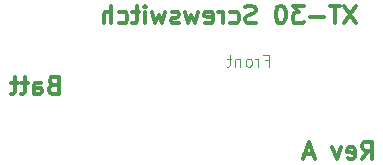
<source format=gbr>
%TF.GenerationSoftware,KiCad,Pcbnew,8.0.8*%
%TF.CreationDate,2025-05-09T18:55:12-05:00*%
%TF.ProjectId,PCB_screwSwitch,5043425f-7363-4726-9577-537769746368,rev?*%
%TF.SameCoordinates,Original*%
%TF.FileFunction,Legend,Bot*%
%TF.FilePolarity,Positive*%
%FSLAX46Y46*%
G04 Gerber Fmt 4.6, Leading zero omitted, Abs format (unit mm)*
G04 Created by KiCad (PCBNEW 8.0.8) date 2025-05-09 18:55:12*
%MOMM*%
%LPD*%
G01*
G04 APERTURE LIST*
%ADD10C,0.300000*%
%ADD11C,0.100000*%
G04 APERTURE END LIST*
D10*
X145945489Y-82015114D02*
X145731203Y-82086542D01*
X145731203Y-82086542D02*
X145659774Y-82157971D01*
X145659774Y-82157971D02*
X145588346Y-82300828D01*
X145588346Y-82300828D02*
X145588346Y-82515114D01*
X145588346Y-82515114D02*
X145659774Y-82657971D01*
X145659774Y-82657971D02*
X145731203Y-82729400D01*
X145731203Y-82729400D02*
X145874060Y-82800828D01*
X145874060Y-82800828D02*
X146445489Y-82800828D01*
X146445489Y-82800828D02*
X146445489Y-81300828D01*
X146445489Y-81300828D02*
X145945489Y-81300828D01*
X145945489Y-81300828D02*
X145802632Y-81372257D01*
X145802632Y-81372257D02*
X145731203Y-81443685D01*
X145731203Y-81443685D02*
X145659774Y-81586542D01*
X145659774Y-81586542D02*
X145659774Y-81729400D01*
X145659774Y-81729400D02*
X145731203Y-81872257D01*
X145731203Y-81872257D02*
X145802632Y-81943685D01*
X145802632Y-81943685D02*
X145945489Y-82015114D01*
X145945489Y-82015114D02*
X146445489Y-82015114D01*
X144302632Y-82800828D02*
X144302632Y-82015114D01*
X144302632Y-82015114D02*
X144374060Y-81872257D01*
X144374060Y-81872257D02*
X144516917Y-81800828D01*
X144516917Y-81800828D02*
X144802632Y-81800828D01*
X144802632Y-81800828D02*
X144945489Y-81872257D01*
X144302632Y-82729400D02*
X144445489Y-82800828D01*
X144445489Y-82800828D02*
X144802632Y-82800828D01*
X144802632Y-82800828D02*
X144945489Y-82729400D01*
X144945489Y-82729400D02*
X145016917Y-82586542D01*
X145016917Y-82586542D02*
X145016917Y-82443685D01*
X145016917Y-82443685D02*
X144945489Y-82300828D01*
X144945489Y-82300828D02*
X144802632Y-82229400D01*
X144802632Y-82229400D02*
X144445489Y-82229400D01*
X144445489Y-82229400D02*
X144302632Y-82157971D01*
X143802631Y-81800828D02*
X143231203Y-81800828D01*
X143588346Y-81300828D02*
X143588346Y-82586542D01*
X143588346Y-82586542D02*
X143516917Y-82729400D01*
X143516917Y-82729400D02*
X143374060Y-82800828D01*
X143374060Y-82800828D02*
X143231203Y-82800828D01*
X142945488Y-81800828D02*
X142374060Y-81800828D01*
X142731203Y-81300828D02*
X142731203Y-82586542D01*
X142731203Y-82586542D02*
X142659774Y-82729400D01*
X142659774Y-82729400D02*
X142516917Y-82800828D01*
X142516917Y-82800828D02*
X142374060Y-82800828D01*
X172088346Y-88300828D02*
X172588346Y-87586542D01*
X172945489Y-88300828D02*
X172945489Y-86800828D01*
X172945489Y-86800828D02*
X172374060Y-86800828D01*
X172374060Y-86800828D02*
X172231203Y-86872257D01*
X172231203Y-86872257D02*
X172159774Y-86943685D01*
X172159774Y-86943685D02*
X172088346Y-87086542D01*
X172088346Y-87086542D02*
X172088346Y-87300828D01*
X172088346Y-87300828D02*
X172159774Y-87443685D01*
X172159774Y-87443685D02*
X172231203Y-87515114D01*
X172231203Y-87515114D02*
X172374060Y-87586542D01*
X172374060Y-87586542D02*
X172945489Y-87586542D01*
X170874060Y-88229400D02*
X171016917Y-88300828D01*
X171016917Y-88300828D02*
X171302632Y-88300828D01*
X171302632Y-88300828D02*
X171445489Y-88229400D01*
X171445489Y-88229400D02*
X171516917Y-88086542D01*
X171516917Y-88086542D02*
X171516917Y-87515114D01*
X171516917Y-87515114D02*
X171445489Y-87372257D01*
X171445489Y-87372257D02*
X171302632Y-87300828D01*
X171302632Y-87300828D02*
X171016917Y-87300828D01*
X171016917Y-87300828D02*
X170874060Y-87372257D01*
X170874060Y-87372257D02*
X170802632Y-87515114D01*
X170802632Y-87515114D02*
X170802632Y-87657971D01*
X170802632Y-87657971D02*
X171516917Y-87800828D01*
X170302632Y-87300828D02*
X169945489Y-88300828D01*
X169945489Y-88300828D02*
X169588346Y-87300828D01*
X167945489Y-87872257D02*
X167231204Y-87872257D01*
X168088346Y-88300828D02*
X167588346Y-86800828D01*
X167588346Y-86800828D02*
X167088346Y-88300828D01*
X171588346Y-75300828D02*
X170588346Y-76800828D01*
X170588346Y-75300828D02*
X171588346Y-76800828D01*
X170231203Y-75300828D02*
X169374061Y-75300828D01*
X169802632Y-76800828D02*
X169802632Y-75300828D01*
X168874061Y-76229400D02*
X167731204Y-76229400D01*
X167159775Y-75300828D02*
X166231203Y-75300828D01*
X166231203Y-75300828D02*
X166731203Y-75872257D01*
X166731203Y-75872257D02*
X166516918Y-75872257D01*
X166516918Y-75872257D02*
X166374061Y-75943685D01*
X166374061Y-75943685D02*
X166302632Y-76015114D01*
X166302632Y-76015114D02*
X166231203Y-76157971D01*
X166231203Y-76157971D02*
X166231203Y-76515114D01*
X166231203Y-76515114D02*
X166302632Y-76657971D01*
X166302632Y-76657971D02*
X166374061Y-76729400D01*
X166374061Y-76729400D02*
X166516918Y-76800828D01*
X166516918Y-76800828D02*
X166945489Y-76800828D01*
X166945489Y-76800828D02*
X167088346Y-76729400D01*
X167088346Y-76729400D02*
X167159775Y-76657971D01*
X165302632Y-75300828D02*
X165159775Y-75300828D01*
X165159775Y-75300828D02*
X165016918Y-75372257D01*
X165016918Y-75372257D02*
X164945490Y-75443685D01*
X164945490Y-75443685D02*
X164874061Y-75586542D01*
X164874061Y-75586542D02*
X164802632Y-75872257D01*
X164802632Y-75872257D02*
X164802632Y-76229400D01*
X164802632Y-76229400D02*
X164874061Y-76515114D01*
X164874061Y-76515114D02*
X164945490Y-76657971D01*
X164945490Y-76657971D02*
X165016918Y-76729400D01*
X165016918Y-76729400D02*
X165159775Y-76800828D01*
X165159775Y-76800828D02*
X165302632Y-76800828D01*
X165302632Y-76800828D02*
X165445490Y-76729400D01*
X165445490Y-76729400D02*
X165516918Y-76657971D01*
X165516918Y-76657971D02*
X165588347Y-76515114D01*
X165588347Y-76515114D02*
X165659775Y-76229400D01*
X165659775Y-76229400D02*
X165659775Y-75872257D01*
X165659775Y-75872257D02*
X165588347Y-75586542D01*
X165588347Y-75586542D02*
X165516918Y-75443685D01*
X165516918Y-75443685D02*
X165445490Y-75372257D01*
X165445490Y-75372257D02*
X165302632Y-75300828D01*
X163088347Y-76729400D02*
X162874062Y-76800828D01*
X162874062Y-76800828D02*
X162516919Y-76800828D01*
X162516919Y-76800828D02*
X162374062Y-76729400D01*
X162374062Y-76729400D02*
X162302633Y-76657971D01*
X162302633Y-76657971D02*
X162231204Y-76515114D01*
X162231204Y-76515114D02*
X162231204Y-76372257D01*
X162231204Y-76372257D02*
X162302633Y-76229400D01*
X162302633Y-76229400D02*
X162374062Y-76157971D01*
X162374062Y-76157971D02*
X162516919Y-76086542D01*
X162516919Y-76086542D02*
X162802633Y-76015114D01*
X162802633Y-76015114D02*
X162945490Y-75943685D01*
X162945490Y-75943685D02*
X163016919Y-75872257D01*
X163016919Y-75872257D02*
X163088347Y-75729400D01*
X163088347Y-75729400D02*
X163088347Y-75586542D01*
X163088347Y-75586542D02*
X163016919Y-75443685D01*
X163016919Y-75443685D02*
X162945490Y-75372257D01*
X162945490Y-75372257D02*
X162802633Y-75300828D01*
X162802633Y-75300828D02*
X162445490Y-75300828D01*
X162445490Y-75300828D02*
X162231204Y-75372257D01*
X160945491Y-76729400D02*
X161088348Y-76800828D01*
X161088348Y-76800828D02*
X161374062Y-76800828D01*
X161374062Y-76800828D02*
X161516919Y-76729400D01*
X161516919Y-76729400D02*
X161588348Y-76657971D01*
X161588348Y-76657971D02*
X161659776Y-76515114D01*
X161659776Y-76515114D02*
X161659776Y-76086542D01*
X161659776Y-76086542D02*
X161588348Y-75943685D01*
X161588348Y-75943685D02*
X161516919Y-75872257D01*
X161516919Y-75872257D02*
X161374062Y-75800828D01*
X161374062Y-75800828D02*
X161088348Y-75800828D01*
X161088348Y-75800828D02*
X160945491Y-75872257D01*
X160302634Y-76800828D02*
X160302634Y-75800828D01*
X160302634Y-76086542D02*
X160231205Y-75943685D01*
X160231205Y-75943685D02*
X160159777Y-75872257D01*
X160159777Y-75872257D02*
X160016919Y-75800828D01*
X160016919Y-75800828D02*
X159874062Y-75800828D01*
X158802634Y-76729400D02*
X158945491Y-76800828D01*
X158945491Y-76800828D02*
X159231206Y-76800828D01*
X159231206Y-76800828D02*
X159374063Y-76729400D01*
X159374063Y-76729400D02*
X159445491Y-76586542D01*
X159445491Y-76586542D02*
X159445491Y-76015114D01*
X159445491Y-76015114D02*
X159374063Y-75872257D01*
X159374063Y-75872257D02*
X159231206Y-75800828D01*
X159231206Y-75800828D02*
X158945491Y-75800828D01*
X158945491Y-75800828D02*
X158802634Y-75872257D01*
X158802634Y-75872257D02*
X158731206Y-76015114D01*
X158731206Y-76015114D02*
X158731206Y-76157971D01*
X158731206Y-76157971D02*
X159445491Y-76300828D01*
X158231206Y-75800828D02*
X157945492Y-76800828D01*
X157945492Y-76800828D02*
X157659777Y-76086542D01*
X157659777Y-76086542D02*
X157374063Y-76800828D01*
X157374063Y-76800828D02*
X157088349Y-75800828D01*
X156588348Y-76729400D02*
X156445491Y-76800828D01*
X156445491Y-76800828D02*
X156159777Y-76800828D01*
X156159777Y-76800828D02*
X156016920Y-76729400D01*
X156016920Y-76729400D02*
X155945491Y-76586542D01*
X155945491Y-76586542D02*
X155945491Y-76515114D01*
X155945491Y-76515114D02*
X156016920Y-76372257D01*
X156016920Y-76372257D02*
X156159777Y-76300828D01*
X156159777Y-76300828D02*
X156374063Y-76300828D01*
X156374063Y-76300828D02*
X156516920Y-76229400D01*
X156516920Y-76229400D02*
X156588348Y-76086542D01*
X156588348Y-76086542D02*
X156588348Y-76015114D01*
X156588348Y-76015114D02*
X156516920Y-75872257D01*
X156516920Y-75872257D02*
X156374063Y-75800828D01*
X156374063Y-75800828D02*
X156159777Y-75800828D01*
X156159777Y-75800828D02*
X156016920Y-75872257D01*
X155445491Y-75800828D02*
X155159777Y-76800828D01*
X155159777Y-76800828D02*
X154874062Y-76086542D01*
X154874062Y-76086542D02*
X154588348Y-76800828D01*
X154588348Y-76800828D02*
X154302634Y-75800828D01*
X153731205Y-76800828D02*
X153731205Y-75800828D01*
X153731205Y-75300828D02*
X153802633Y-75372257D01*
X153802633Y-75372257D02*
X153731205Y-75443685D01*
X153731205Y-75443685D02*
X153659776Y-75372257D01*
X153659776Y-75372257D02*
X153731205Y-75300828D01*
X153731205Y-75300828D02*
X153731205Y-75443685D01*
X153231204Y-75800828D02*
X152659776Y-75800828D01*
X153016919Y-75300828D02*
X153016919Y-76586542D01*
X153016919Y-76586542D02*
X152945490Y-76729400D01*
X152945490Y-76729400D02*
X152802633Y-76800828D01*
X152802633Y-76800828D02*
X152659776Y-76800828D01*
X151516919Y-76729400D02*
X151659776Y-76800828D01*
X151659776Y-76800828D02*
X151945490Y-76800828D01*
X151945490Y-76800828D02*
X152088347Y-76729400D01*
X152088347Y-76729400D02*
X152159776Y-76657971D01*
X152159776Y-76657971D02*
X152231204Y-76515114D01*
X152231204Y-76515114D02*
X152231204Y-76086542D01*
X152231204Y-76086542D02*
X152159776Y-75943685D01*
X152159776Y-75943685D02*
X152088347Y-75872257D01*
X152088347Y-75872257D02*
X151945490Y-75800828D01*
X151945490Y-75800828D02*
X151659776Y-75800828D01*
X151659776Y-75800828D02*
X151516919Y-75872257D01*
X150874062Y-76800828D02*
X150874062Y-75300828D01*
X150231205Y-76800828D02*
X150231205Y-76015114D01*
X150231205Y-76015114D02*
X150302633Y-75872257D01*
X150302633Y-75872257D02*
X150445490Y-75800828D01*
X150445490Y-75800828D02*
X150659776Y-75800828D01*
X150659776Y-75800828D02*
X150802633Y-75872257D01*
X150802633Y-75872257D02*
X150874062Y-75943685D01*
D11*
X163857143Y-79933609D02*
X164190476Y-79933609D01*
X164190476Y-80457419D02*
X164190476Y-79457419D01*
X164190476Y-79457419D02*
X163714286Y-79457419D01*
X163333333Y-80457419D02*
X163333333Y-79790752D01*
X163333333Y-79981228D02*
X163285714Y-79885990D01*
X163285714Y-79885990D02*
X163238095Y-79838371D01*
X163238095Y-79838371D02*
X163142857Y-79790752D01*
X163142857Y-79790752D02*
X163047619Y-79790752D01*
X162571428Y-80457419D02*
X162666666Y-80409800D01*
X162666666Y-80409800D02*
X162714285Y-80362180D01*
X162714285Y-80362180D02*
X162761904Y-80266942D01*
X162761904Y-80266942D02*
X162761904Y-79981228D01*
X162761904Y-79981228D02*
X162714285Y-79885990D01*
X162714285Y-79885990D02*
X162666666Y-79838371D01*
X162666666Y-79838371D02*
X162571428Y-79790752D01*
X162571428Y-79790752D02*
X162428571Y-79790752D01*
X162428571Y-79790752D02*
X162333333Y-79838371D01*
X162333333Y-79838371D02*
X162285714Y-79885990D01*
X162285714Y-79885990D02*
X162238095Y-79981228D01*
X162238095Y-79981228D02*
X162238095Y-80266942D01*
X162238095Y-80266942D02*
X162285714Y-80362180D01*
X162285714Y-80362180D02*
X162333333Y-80409800D01*
X162333333Y-80409800D02*
X162428571Y-80457419D01*
X162428571Y-80457419D02*
X162571428Y-80457419D01*
X161809523Y-79790752D02*
X161809523Y-80457419D01*
X161809523Y-79885990D02*
X161761904Y-79838371D01*
X161761904Y-79838371D02*
X161666666Y-79790752D01*
X161666666Y-79790752D02*
X161523809Y-79790752D01*
X161523809Y-79790752D02*
X161428571Y-79838371D01*
X161428571Y-79838371D02*
X161380952Y-79933609D01*
X161380952Y-79933609D02*
X161380952Y-80457419D01*
X161047618Y-79790752D02*
X160666666Y-79790752D01*
X160904761Y-79457419D02*
X160904761Y-80314561D01*
X160904761Y-80314561D02*
X160857142Y-80409800D01*
X160857142Y-80409800D02*
X160761904Y-80457419D01*
X160761904Y-80457419D02*
X160666666Y-80457419D01*
M02*

</source>
